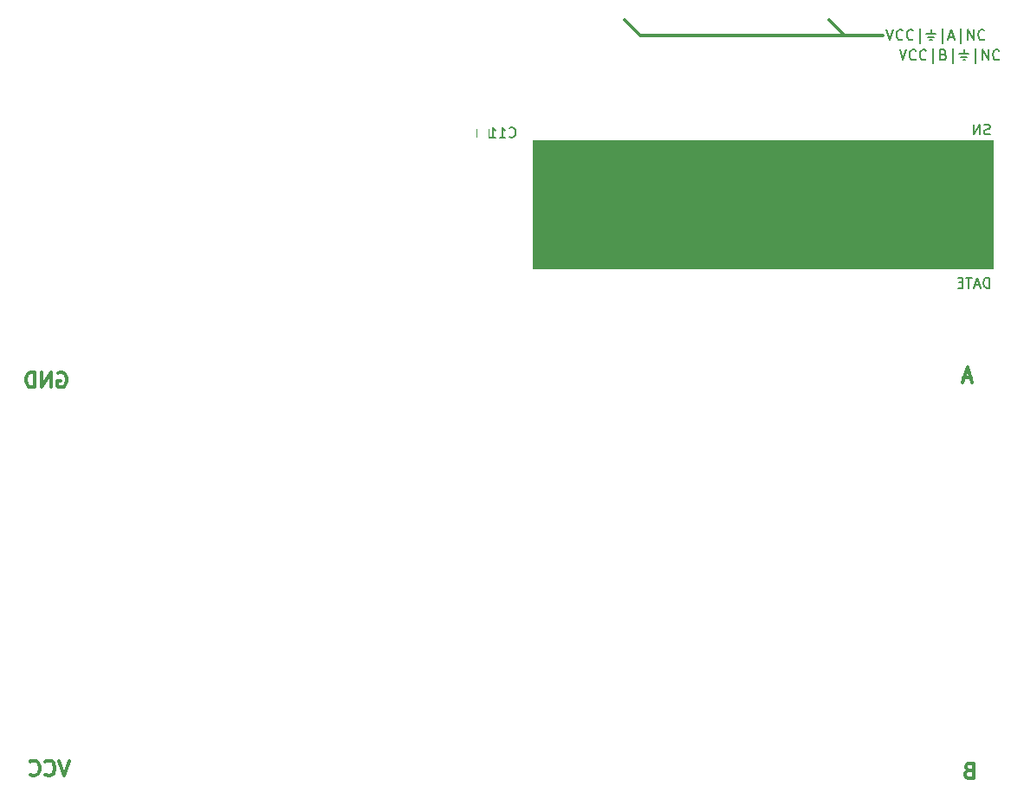
<source format=gbr>
G04 #@! TF.GenerationSoftware,KiCad,Pcbnew,(5.1.5)-3*
G04 #@! TF.CreationDate,2020-05-02T20:20:03+02:00*
G04 #@! TF.ProjectId,driver,64726976-6572-42e6-9b69-6361645f7063,rev?*
G04 #@! TF.SameCoordinates,Original*
G04 #@! TF.FileFunction,Legend,Bot*
G04 #@! TF.FilePolarity,Positive*
%FSLAX46Y46*%
G04 Gerber Fmt 4.6, Leading zero omitted, Abs format (unit mm)*
G04 Created by KiCad (PCBNEW (5.1.5)-3) date 2020-05-02 20:20:03*
%MOMM*%
%LPD*%
G04 APERTURE LIST*
%ADD10C,0.300000*%
%ADD11C,0.200000*%
%ADD12C,0.100000*%
%ADD13C,0.150000*%
%ADD14C,0.120000*%
G04 APERTURE END LIST*
D10*
X165357142Y-100750000D02*
X164642857Y-100750000D01*
X165500000Y-101178571D02*
X165000000Y-99678571D01*
X164500000Y-101178571D01*
X165142857Y-139142857D02*
X164928571Y-139214285D01*
X164857142Y-139285714D01*
X164785714Y-139428571D01*
X164785714Y-139642857D01*
X164857142Y-139785714D01*
X164928571Y-139857142D01*
X165071428Y-139928571D01*
X165642857Y-139928571D01*
X165642857Y-138428571D01*
X165142857Y-138428571D01*
X165000000Y-138500000D01*
X164928571Y-138571428D01*
X164857142Y-138714285D01*
X164857142Y-138857142D01*
X164928571Y-139000000D01*
X165000000Y-139071428D01*
X165142857Y-139142857D01*
X165642857Y-139142857D01*
X77250000Y-138178571D02*
X76750000Y-139678571D01*
X76250000Y-138178571D01*
X74892857Y-139535714D02*
X74964285Y-139607142D01*
X75178571Y-139678571D01*
X75321428Y-139678571D01*
X75535714Y-139607142D01*
X75678571Y-139464285D01*
X75750000Y-139321428D01*
X75821428Y-139035714D01*
X75821428Y-138821428D01*
X75750000Y-138535714D01*
X75678571Y-138392857D01*
X75535714Y-138250000D01*
X75321428Y-138178571D01*
X75178571Y-138178571D01*
X74964285Y-138250000D01*
X74892857Y-138321428D01*
X73392857Y-139535714D02*
X73464285Y-139607142D01*
X73678571Y-139678571D01*
X73821428Y-139678571D01*
X74035714Y-139607142D01*
X74178571Y-139464285D01*
X74250000Y-139321428D01*
X74321428Y-139035714D01*
X74321428Y-138821428D01*
X74250000Y-138535714D01*
X74178571Y-138392857D01*
X74035714Y-138250000D01*
X73821428Y-138178571D01*
X73678571Y-138178571D01*
X73464285Y-138250000D01*
X73392857Y-138321428D01*
X76142857Y-100250000D02*
X76285714Y-100178571D01*
X76500000Y-100178571D01*
X76714285Y-100250000D01*
X76857142Y-100392857D01*
X76928571Y-100535714D01*
X77000000Y-100821428D01*
X77000000Y-101035714D01*
X76928571Y-101321428D01*
X76857142Y-101464285D01*
X76714285Y-101607142D01*
X76500000Y-101678571D01*
X76357142Y-101678571D01*
X76142857Y-101607142D01*
X76071428Y-101535714D01*
X76071428Y-101035714D01*
X76357142Y-101035714D01*
X75428571Y-101678571D02*
X75428571Y-100178571D01*
X74571428Y-101678571D01*
X74571428Y-100178571D01*
X73857142Y-101678571D02*
X73857142Y-100178571D01*
X73500000Y-100178571D01*
X73285714Y-100250000D01*
X73142857Y-100392857D01*
X73071428Y-100535714D01*
X73000000Y-100821428D01*
X73000000Y-101035714D01*
X73071428Y-101321428D01*
X73142857Y-101464285D01*
X73285714Y-101607142D01*
X73500000Y-101678571D01*
X73857142Y-101678571D01*
X153000000Y-67250000D02*
X151500000Y-65750000D01*
X133000000Y-67250000D02*
X131500000Y-65750000D01*
X156750000Y-67250000D02*
X133000000Y-67250000D01*
D11*
X158395238Y-68652380D02*
X158728571Y-69652380D01*
X159061904Y-68652380D01*
X159966666Y-69557142D02*
X159919047Y-69604761D01*
X159776190Y-69652380D01*
X159680952Y-69652380D01*
X159538095Y-69604761D01*
X159442857Y-69509523D01*
X159395238Y-69414285D01*
X159347619Y-69223809D01*
X159347619Y-69080952D01*
X159395238Y-68890476D01*
X159442857Y-68795238D01*
X159538095Y-68700000D01*
X159680952Y-68652380D01*
X159776190Y-68652380D01*
X159919047Y-68700000D01*
X159966666Y-68747619D01*
X160966666Y-69557142D02*
X160919047Y-69604761D01*
X160776190Y-69652380D01*
X160680952Y-69652380D01*
X160538095Y-69604761D01*
X160442857Y-69509523D01*
X160395238Y-69414285D01*
X160347619Y-69223809D01*
X160347619Y-69080952D01*
X160395238Y-68890476D01*
X160442857Y-68795238D01*
X160538095Y-68700000D01*
X160680952Y-68652380D01*
X160776190Y-68652380D01*
X160919047Y-68700000D01*
X160966666Y-68747619D01*
X161633333Y-69985714D02*
X161633333Y-68557142D01*
X162680952Y-69128571D02*
X162823809Y-69176190D01*
X162871428Y-69223809D01*
X162919047Y-69319047D01*
X162919047Y-69461904D01*
X162871428Y-69557142D01*
X162823809Y-69604761D01*
X162728571Y-69652380D01*
X162347619Y-69652380D01*
X162347619Y-68652380D01*
X162680952Y-68652380D01*
X162776190Y-68700000D01*
X162823809Y-68747619D01*
X162871428Y-68842857D01*
X162871428Y-68938095D01*
X162823809Y-69033333D01*
X162776190Y-69080952D01*
X162680952Y-69128571D01*
X162347619Y-69128571D01*
X163585714Y-69985714D02*
X163585714Y-68557142D01*
X164204761Y-69080952D02*
X165157142Y-69080952D01*
X164395238Y-69366666D02*
X164966666Y-69366666D01*
X164680952Y-68652380D02*
X164680952Y-69080952D01*
X164776190Y-69652380D02*
X164585714Y-69652380D01*
X165776190Y-69985714D02*
X165776190Y-68557142D01*
X166490476Y-69652380D02*
X166490476Y-68652380D01*
X167061904Y-69652380D01*
X167061904Y-68652380D01*
X168109523Y-69557142D02*
X168061904Y-69604761D01*
X167919047Y-69652380D01*
X167823809Y-69652380D01*
X167680952Y-69604761D01*
X167585714Y-69509523D01*
X167538095Y-69414285D01*
X167490476Y-69223809D01*
X167490476Y-69080952D01*
X167538095Y-68890476D01*
X167585714Y-68795238D01*
X167680952Y-68700000D01*
X167823809Y-68652380D01*
X167919047Y-68652380D01*
X168061904Y-68700000D01*
X168109523Y-68747619D01*
X157116666Y-66702380D02*
X157450000Y-67702380D01*
X157783333Y-66702380D01*
X158688095Y-67607142D02*
X158640476Y-67654761D01*
X158497619Y-67702380D01*
X158402380Y-67702380D01*
X158259523Y-67654761D01*
X158164285Y-67559523D01*
X158116666Y-67464285D01*
X158069047Y-67273809D01*
X158069047Y-67130952D01*
X158116666Y-66940476D01*
X158164285Y-66845238D01*
X158259523Y-66750000D01*
X158402380Y-66702380D01*
X158497619Y-66702380D01*
X158640476Y-66750000D01*
X158688095Y-66797619D01*
X159688095Y-67607142D02*
X159640476Y-67654761D01*
X159497619Y-67702380D01*
X159402380Y-67702380D01*
X159259523Y-67654761D01*
X159164285Y-67559523D01*
X159116666Y-67464285D01*
X159069047Y-67273809D01*
X159069047Y-67130952D01*
X159116666Y-66940476D01*
X159164285Y-66845238D01*
X159259523Y-66750000D01*
X159402380Y-66702380D01*
X159497619Y-66702380D01*
X159640476Y-66750000D01*
X159688095Y-66797619D01*
X160354761Y-68035714D02*
X160354761Y-66607142D01*
X160973809Y-67130952D02*
X161926190Y-67130952D01*
X161164285Y-67416666D02*
X161735714Y-67416666D01*
X161450000Y-66702380D02*
X161450000Y-67130952D01*
X161545238Y-67702380D02*
X161354761Y-67702380D01*
X162545238Y-68035714D02*
X162545238Y-66607142D01*
X163211904Y-67416666D02*
X163688095Y-67416666D01*
X163116666Y-67702380D02*
X163450000Y-66702380D01*
X163783333Y-67702380D01*
X164354761Y-68035714D02*
X164354761Y-66607142D01*
X165069047Y-67702380D02*
X165069047Y-66702380D01*
X165640476Y-67702380D01*
X165640476Y-66702380D01*
X166688095Y-67607142D02*
X166640476Y-67654761D01*
X166497619Y-67702380D01*
X166402380Y-67702380D01*
X166259523Y-67654761D01*
X166164285Y-67559523D01*
X166116666Y-67464285D01*
X166069047Y-67273809D01*
X166069047Y-67130952D01*
X166116666Y-66940476D01*
X166164285Y-66845238D01*
X166259523Y-66750000D01*
X166402380Y-66702380D01*
X166497619Y-66702380D01*
X166640476Y-66750000D01*
X166688095Y-66797619D01*
D12*
G36*
X167500000Y-90000000D02*
G01*
X122500000Y-90000000D01*
X122500000Y-77500000D01*
X167500000Y-77500000D01*
X167500000Y-90000000D01*
G37*
X167500000Y-90000000D02*
X122500000Y-90000000D01*
X122500000Y-77500000D01*
X167500000Y-77500000D01*
X167500000Y-90000000D01*
D13*
X167164404Y-91952380D02*
X167164404Y-90952380D01*
X166926309Y-90952380D01*
X166783452Y-91000000D01*
X166688214Y-91095238D01*
X166640595Y-91190476D01*
X166592976Y-91380952D01*
X166592976Y-91523809D01*
X166640595Y-91714285D01*
X166688214Y-91809523D01*
X166783452Y-91904761D01*
X166926309Y-91952380D01*
X167164404Y-91952380D01*
X166212023Y-91666666D02*
X165735833Y-91666666D01*
X166307261Y-91952380D02*
X165973928Y-90952380D01*
X165640595Y-91952380D01*
X165450119Y-90952380D02*
X164878690Y-90952380D01*
X165164404Y-91952380D02*
X165164404Y-90952380D01*
X164545357Y-91428571D02*
X164212023Y-91428571D01*
X164069166Y-91952380D02*
X164545357Y-91952380D01*
X164545357Y-90952380D01*
X164069166Y-90952380D01*
X167212023Y-76904761D02*
X167069166Y-76952380D01*
X166831071Y-76952380D01*
X166735833Y-76904761D01*
X166688214Y-76857142D01*
X166640595Y-76761904D01*
X166640595Y-76666666D01*
X166688214Y-76571428D01*
X166735833Y-76523809D01*
X166831071Y-76476190D01*
X167021547Y-76428571D01*
X167116785Y-76380952D01*
X167164404Y-76333333D01*
X167212023Y-76238095D01*
X167212023Y-76142857D01*
X167164404Y-76047619D01*
X167116785Y-76000000D01*
X167021547Y-75952380D01*
X166783452Y-75952380D01*
X166640595Y-76000000D01*
X166212023Y-76952380D02*
X166212023Y-75952380D01*
X165640595Y-76952380D01*
X165640595Y-75952380D01*
D14*
X118200000Y-77150000D02*
X118200000Y-76450000D01*
X117000000Y-76450000D02*
X117000000Y-77150000D01*
D13*
X120242857Y-77157142D02*
X120290476Y-77204761D01*
X120433333Y-77252380D01*
X120528571Y-77252380D01*
X120671428Y-77204761D01*
X120766666Y-77109523D01*
X120814285Y-77014285D01*
X120861904Y-76823809D01*
X120861904Y-76680952D01*
X120814285Y-76490476D01*
X120766666Y-76395238D01*
X120671428Y-76300000D01*
X120528571Y-76252380D01*
X120433333Y-76252380D01*
X120290476Y-76300000D01*
X120242857Y-76347619D01*
X119290476Y-77252380D02*
X119861904Y-77252380D01*
X119576190Y-77252380D02*
X119576190Y-76252380D01*
X119671428Y-76395238D01*
X119766666Y-76490476D01*
X119861904Y-76538095D01*
X118338095Y-77252380D02*
X118909523Y-77252380D01*
X118623809Y-77252380D02*
X118623809Y-76252380D01*
X118719047Y-76395238D01*
X118814285Y-76490476D01*
X118909523Y-76538095D01*
M02*

</source>
